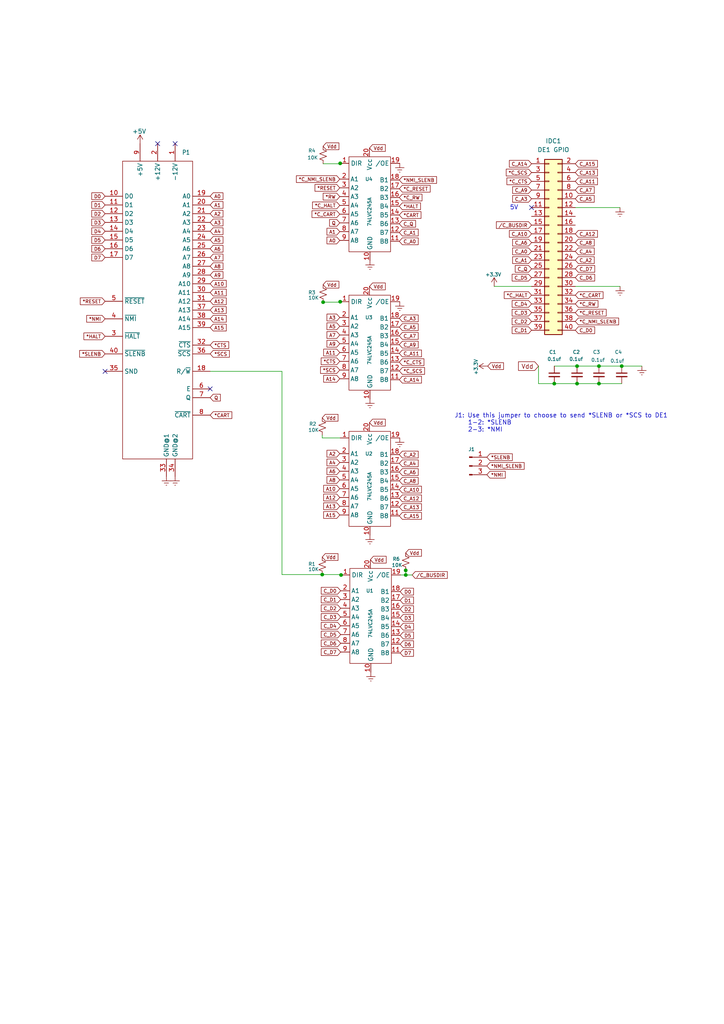
<source format=kicad_sch>
(kicad_sch (version 20211123) (generator eeschema)
  (paper "A4" portrait)
  (title_block (title "CoCo FPGA Hat (DE1 Version)") (date "2023-01-16") (rev "Rev 0") (company "RCC") (comment 1 "to 3.3v systems with voltage conversion") (comment 2 "Cartridge for TRS-80 Color Computers that expose the Computer BUS") (comment 3 "IDC connector pinout mapped for Altera DE1 FPGA Development Board"))
  (lib_symbols
    (symbol "74LVC245A_2"
      (property "Reference" "U" (at 0 0 0))
      (property "Value" "74LVC245A_2" (at 0 0 0))
      (symbol "74LVC245A_2_0_1"
        (rectangle (start -64.643 89.535) (end -52.578 61.976))
      )
      (symbol "74LVC245A_2_1_1"
        (pin input line (at -67.183 87.63 0) (length 2.54) (name "DIR") (number "1"))
        (pin power_in line (at -58.547 59.436 90) (length 2.54) (name "GND") (number "10"))
        (pin bidirectional line (at -50.038 65.024 180) (length 2.54) (name "B8") (number "11"))
        (pin bidirectional line (at -50.038 67.564 180) (length 2.54) (name "B7") (number "12"))
        (pin bidirectional line (at -50.038 70.104 180) (length 2.54) (name "B6") (number "13"))
        (pin bidirectional line (at -50.038 72.644 180) (length 2.54) (name "B5") (number "14"))
        (pin bidirectional line (at -50.038 75.184 180) (length 2.54) (name "B4") (number "15"))
        (pin bidirectional line (at -50.038 77.724 180) (length 2.54) (name "B3") (number "16"))
        (pin bidirectional line (at -50.038 80.264 180) (length 2.54) (name "B2") (number "17"))
        (pin bidirectional line (at -50.038 82.804 180) (length 2.54) (name "B1") (number "18"))
        (pin input line (at -49.911 87.63 180) (length 2.54) (name "/OE") (number "19"))
        (pin bidirectional line (at -67.31 83.058 0) (length 2.54) (name "A1") (number "2"))
        (pin power_in line (at -58.674 92.075 270) (length 2.54) (name "Vcc") (number "20"))
        (pin bidirectional line (at -67.31 80.518 0) (length 2.54) (name "A2") (number "3"))
        (pin bidirectional line (at -67.31 77.978 0) (length 2.54) (name "A3") (number "4"))
        (pin bidirectional line (at -67.31 75.438 0) (length 2.54) (name "A4") (number "5"))
        (pin bidirectional line (at -67.31 72.898 0) (length 2.54) (name "A5") (number "6"))
        (pin bidirectional line (at -67.31 70.358 0) (length 2.54) (name "A6") (number "7"))
        (pin bidirectional line (at -67.31 67.818 0) (length 2.54) (name "A7") (number "8"))
        (pin bidirectional line (at -67.31 65.278 0) (length 2.54) (name "A8") (number "9"))
      )
    )
    (symbol "74LVC245A_3"
      (property "Reference" "U" (at 0 0 0))
      (property "Value" "74LVC245A_3" (at 0 0 0))
      (symbol "74LVC245A_3_0_1"
        (rectangle (start -64.643 89.535) (end -52.578 61.976))
      )
      (symbol "74LVC245A_3_1_1"
        (pin input line (at -67.183 87.63 0) (length 2.54) (name "DIR") (number "1"))
        (pin power_in line (at -58.547 59.436 90) (length 2.54) (name "GND") (number "10"))
        (pin bidirectional line (at -50.038 65.024 180) (length 2.54) (name "B8") (number "11"))
        (pin bidirectional line (at -50.038 67.564 180) (length 2.54) (name "B7") (number "12"))
        (pin bidirectional line (at -50.038 70.104 180) (length 2.54) (name "B6") (number "13"))
        (pin bidirectional line (at -50.038 72.644 180) (length 2.54) (name "B5") (number "14"))
        (pin bidirectional line (at -50.038 75.184 180) (length 2.54) (name "B4") (number "15"))
        (pin bidirectional line (at -50.038 77.724 180) (length 2.54) (name "B3") (number "16"))
        (pin bidirectional line (at -50.038 80.264 180) (length 2.54) (name "B2") (number "17"))
        (pin bidirectional line (at -50.038 82.804 180) (length 2.54) (name "B1") (number "18"))
        (pin input line (at -49.911 87.63 180) (length 2.54) (name "/OE") (number "19"))
        (pin bidirectional line (at -67.31 83.058 0) (length 2.54) (name "A1") (number "2"))
        (pin power_in line (at -58.674 92.075 270) (length 2.54) (name "Vcc") (number "20"))
        (pin bidirectional line (at -67.31 80.518 0) (length 2.54) (name "A2") (number "3"))
        (pin bidirectional line (at -67.31 77.978 0) (length 2.54) (name "A3") (number "4"))
        (pin bidirectional line (at -67.31 75.438 0) (length 2.54) (name "A4") (number "5"))
        (pin bidirectional line (at -67.31 72.898 0) (length 2.54) (name "A5") (number "6"))
        (pin bidirectional line (at -67.31 70.358 0) (length 2.54) (name "A6") (number "7"))
        (pin bidirectional line (at -67.31 67.818 0) (length 2.54) (name "A7") (number "8"))
        (pin bidirectional line (at -67.31 65.278 0) (length 2.54) (name "A8") (number "9"))
      )
    )
    (symbol "74LVC245A_4"
      (property "Reference" "U" (at 0 0 0))
      (property "Value" "74LVC245A_4" (at 0 0 0))
      (symbol "74LVC245A_4_0_1"
        (rectangle (start -64.643 89.535) (end -52.578 61.976))
      )
      (symbol "74LVC245A_4_1_1"
        (pin input line (at -67.183 87.63 0) (length 2.54) (name "DIR") (number "1"))
        (pin power_in line (at -58.547 59.436 90) (length 2.54) (name "GND") (number "10"))
        (pin bidirectional line (at -50.038 65.024 180) (length 2.54) (name "B8") (number "11"))
        (pin bidirectional line (at -50.038 67.564 180) (length 2.54) (name "B7") (number "12"))
        (pin bidirectional line (at -50.038 70.104 180) (length 2.54) (name "B6") (number "13"))
        (pin bidirectional line (at -50.038 72.644 180) (length 2.54) (name "B5") (number "14"))
        (pin bidirectional line (at -50.038 75.184 180) (length 2.54) (name "B4") (number "15"))
        (pin bidirectional line (at -50.038 77.724 180) (length 2.54) (name "B3") (number "16"))
        (pin bidirectional line (at -50.038 80.264 180) (length 2.54) (name "B2") (number "17"))
        (pin bidirectional line (at -50.038 82.804 180) (length 2.54) (name "B1") (number "18"))
        (pin input line (at -49.911 87.63 180) (length 2.54) (name "/OE") (number "19"))
        (pin bidirectional line (at -67.31 83.058 0) (length 2.54) (name "A1") (number "2"))
        (pin power_in line (at -58.674 92.075 270) (length 2.54) (name "Vcc") (number "20"))
        (pin bidirectional line (at -67.31 80.518 0) (length 2.54) (name "A2") (number "3"))
        (pin bidirectional line (at -67.31 77.978 0) (length 2.54) (name "A3") (number "4"))
        (pin bidirectional line (at -67.31 75.438 0) (length 2.54) (name "A4") (number "5"))
        (pin bidirectional line (at -67.31 72.898 0) (length 2.54) (name "A5") (number "6"))
        (pin bidirectional line (at -67.31 70.358 0) (length 2.54) (name "A6") (number "7"))
        (pin bidirectional line (at -67.31 67.818 0) (length 2.54) (name "A7") (number "8"))
        (pin bidirectional line (at -67.31 65.278 0) (length 2.54) (name "A8") (number "9"))
      )
    )
    (symbol "Connector:Conn_01x03_Male" (pin_names (offset 1.016) hide)
      (property "Reference" "J" (at 0 5.08 0))
      (property "Value" "Conn_01x03_Male" (at 0 -5.08 0))
      (symbol "Conn_01x03_Male_1_1"
        (polyline (pts (xy 1.27 -2.54) (xy 0.8636 -2.54)) (stroke (width 0.1524)))
        (polyline (pts (xy 1.27 0) (xy 0.8636 0)) (stroke (width 0.1524)))
        (polyline (pts (xy 1.27 2.54) (xy 0.8636 2.54)) (stroke (width 0.1524)))
        (rectangle (start 0.8636 -2.413) (end 0 -2.667) (stroke (width 0.1524)) (fill (type outline)))
        (rectangle (start 0.8636 0.127) (end 0 -0.127) (stroke (width 0.1524)) (fill (type outline)))
        (rectangle (start 0.8636 2.667) (end 0 2.413) (stroke (width 0.1524)) (fill (type outline)))
        (pin passive line (at 5.08 2.54 180) (length 3.81) (name "Pin_1") (number "1"))
        (pin passive line (at 5.08 0 180) (length 3.81) (name "Pin_2") (number "2"))
        (pin passive line (at 5.08 -2.54 180) (length 3.81) (name "Pin_3") (number "3"))
      )
    )
    (symbol "Connector_Generic:Conn_02x20_Odd_Even" (pin_names (offset 1.016) hide)
      (property "Reference" "J" (at 1.27 25.4 0))
      (property "Value" "Conn_02x20_Odd_Even" (at 1.27 -27.94 0))
      (symbol "Conn_02x20_Odd_Even_1_1"
        (rectangle (start -1.27 -25.273) (end 0 -25.527) (stroke (width 0.1524)))
        (rectangle (start -1.27 -22.733) (end 0 -22.987) (stroke (width 0.1524)))
        (rectangle (start -1.27 -20.193) (end 0 -20.447) (stroke (width 0.1524)))
        (rectangle (start -1.27 -17.653) (end 0 -17.907) (stroke (width 0.1524)))
        (rectangle (start -1.27 -15.113) (end 0 -15.367) (stroke (width 0.1524)))
        (rectangle (start -1.27 -12.573) (end 0 -12.827) (stroke (width 0.1524)))
        (rectangle (start -1.27 -10.033) (end 0 -10.287) (stroke (width 0.1524)))
        (rectangle (start -1.27 -7.493) (end 0 -7.747) (stroke (width 0.1524)))
        (rectangle (start -1.27 -4.953) (end 0 -5.207) (stroke (width 0.1524)))
        (rectangle (start -1.27 -2.413) (end 0 -2.667) (stroke (width 0.1524)))
        (rectangle (start -1.27 0.127) (end 0 -0.127) (stroke (width 0.1524)))
        (rectangle (start -1.27 2.667) (end 0 2.413) (stroke (width 0.1524)))
        (rectangle (start -1.27 5.207) (end 0 4.953) (stroke (width 0.1524)))
        (rectangle (start -1.27 7.747) (end 0 7.493) (stroke (width 0.1524)))
        (rectangle (start -1.27 10.287) (end 0 10.033) (stroke (width 0.1524)))
        (rectangle (start -1.27 12.827) (end 0 12.573) (stroke (width 0.1524)))
        (rectangle (start -1.27 15.367) (end 0 15.113) (stroke (width 0.1524)))
        (rectangle (start -1.27 17.907) (end 0 17.653) (stroke (width 0.1524)))
        (rectangle (start -1.27 20.447) (end 0 20.193) (stroke (width 0.1524)))
        (rectangle (start -1.27 22.987) (end 0 22.733) (stroke (width 0.1524)))
        (rectangle (start -1.27 24.13) (end 3.81 -26.67) (stroke (width 0.254)) (fill (type background)))
        (rectangle (start 3.81 -25.273) (end 2.54 -25.527) (stroke (width 0.1524)))
        (rectangle (start 3.81 -22.733) (end 2.54 -22.987) (stroke (width 0.1524)))
        (rectangle (start 3.81 -20.193) (end 2.54 -20.447) (stroke (width 0.1524)))
        (rectangle (start 3.81 -17.653) (end 2.54 -17.907) (stroke (width 0.1524)))
        (rectangle (start 3.81 -15.113) (end 2.54 -15.367) (stroke (width 0.1524)))
        (rectangle (start 3.81 -12.573) (end 2.54 -12.827) (stroke (width 0.1524)))
        (rectangle (start 3.81 -10.033) (end 2.54 -10.287) (stroke (width 0.1524)))
        (rectangle (start 3.81 -7.493) (end 2.54 -7.747) (stroke (width 0.1524)))
        (rectangle (start 3.81 -4.953) (end 2.54 -5.207) (stroke (width 0.1524)))
        (rectangle (start 3.81 -2.413) (end 2.54 -2.667) (stroke (width 0.1524)))
        (rectangle (start 3.81 0.127) (end 2.54 -0.127) (stroke (width 0.1524)))
        (rectangle (start 3.81 2.667) (end 2.54 2.413) (stroke (width 0.1524)))
        (rectangle (start 3.81 5.207) (end 2.54 4.953) (stroke (width 0.1524)))
        (rectangle (start 3.81 7.747) (end 2.54 7.493) (stroke (width 0.1524)))
        (rectangle (start 3.81 10.287) (end 2.54 10.033) (stroke (width 0.1524)))
        (rectangle (start 3.81 12.827) (end 2.54 12.573) (stroke (width 0.1524)))
        (rectangle (start 3.81 15.367) (end 2.54 15.113) (stroke (width 0.1524)))
        (rectangle (start 3.81 17.907) (end 2.54 17.653) (stroke (width 0.1524)))
        (rectangle (start 3.81 20.447) (end 2.54 20.193) (stroke (width 0.1524)))
        (rectangle (start 3.81 22.987) (end 2.54 22.733) (stroke (width 0.1524)))
        (pin passive line (at -5.08 22.86 0) (length 3.81) (name "Pin_1") (number "1"))
        (pin passive line (at 7.62 12.7 180) (length 3.81) (name "Pin_10") (number "10"))
        (pin passive line (at -5.08 10.16 0) (length 3.81) (name "Pin_11") (number "11"))
        (pin passive line (at 7.62 10.16 180) (length 3.81) (name "Pin_12") (number "12"))
        (pin passive line (at -5.08 7.62 0) (length 3.81) (name "Pin_13") (number "13"))
        (pin passive line (at 7.62 7.62 180) (length 3.81) (name "Pin_14") (number "14"))
        (pin passive line (at -5.08 5.08 0) (length 3.81) (name "Pin_15") (number "15"))
        (pin passive line (at 7.62 5.08 180) (length 3.81) (name "Pin_16") (number "16"))
        (pin passive line (at -5.08 2.54 0) (length 3.81) (name "Pin_17") (number "17"))
        (pin passive line (at 7.62 2.54 180) (length 3.81) (name "Pin_18") (number "18"))
        (pin passive line (at -5.08 0 0) (length 3.81) (name "Pin_19") (number "19"))
        (pin passive line (at 7.62 22.86 180) (length 3.81) (name "Pin_2") (number "2"))
        (pin passive line (at 7.62 0 180) (length 3.81) (name "Pin_20") (number "20"))
        (pin passive line (at -5.08 -2.54 0) (length 3.81) (name "Pin_21") (number "21"))
        (pin passive line (at 7.62 -2.54 180) (length 3.81) (name "Pin_22") (number "22"))
        (pin passive line (at -5.08 -5.08 0) (length 3.81) (name "Pin_23") (number "23"))
        (pin passive line (at 7.62 -5.08 180) (length 3.81) (name "Pin_24") (number "24"))
        (pin passive line (at -5.08 -7.62 0) (length 3.81) (name "Pin_25") (number "25"))
        (pin passive line (at 7.62 -7.62 180) (length 3.81) (name "Pin_26") (number "26"))
        (pin passive line (at -5.08 -10.16 0) (length 3.81) (name "Pin_27") (number "27"))
        (pin passive line (at 7.62 -10.16 180) (length 3.81) (name "Pin_28") (number "28"))
        (pin passive line (at -5.08 -12.7 0) (length 3.81) (name "Pin_29") (number "29"))
        (pin passive line (at -5.08 20.32 0) (length 3.81) (name "Pin_3") (number "3"))
        (pin passive line (at 7.62 -12.7 180) (length 3.81) (name "Pin_30") (number "30"))
        (pin passive line (at -5.08 -15.24 0) (length 3.81) (name "Pin_31") (number "31"))
        (pin passive line (at 7.62 -15.24 180) (length 3.81) (name "Pin_32") (number "32"))
        (pin passive line (at -5.08 -17.78 0) (length 3.81) (name "Pin_33") (number "33"))
        (pin passive line (at 7.62 -17.78 180) (length 3.81) (name "Pin_34") (number "34"))
        (pin passive line (at -5.08 -20.32 0) (length 3.81) (name "Pin_35") (number "35"))
        (pin passive line (at 7.62 -20.32 180) (length 3.81) (name "Pin_36") (number "36"))
        (pin passive line (at -5.08 -22.86 0) (length 3.81) (name "Pin_37") (number "37"))
        (pin passive line (at 7.62 -22.86 180) (length 3.81) (name "Pin_38") (number "38"))
        (pin passive line (at -5.08 -25.4 0) (length 3.81) (name "Pin_39") (number "39"))
        (pin passive line (at 7.62 20.32 180) (length 3.81) (name "Pin_4") (number "4"))
        (pin passive line (at 7.62 -25.4 180) (length 3.81) (name "Pin_40") (number "40"))
        (pin passive line (at -5.08 17.78 0) (length 3.81) (name "Pin_5") (number "5"))
        (pin passive line (at 7.62 17.78 180) (length 3.81) (name "Pin_6") (number "6"))
        (pin passive line (at -5.08 15.24 0) (length 3.81) (name "Pin_7") (number "7"))
        (pin passive line (at 7.62 15.24 180) (length 3.81) (name "Pin_8") (number "8"))
        (pin passive line (at -5.08 12.7 0) (length 3.81) (name "Pin_9") (number "9"))
      )
    )
    (symbol "Device:C_Small" (pin_numbers hide) (pin_names (offset 0.254) hide)
      (property "Reference" "C" (at 0.254 1.778 0))
      (property "Value" "C_Small" (at 0.254 -2.032 0))
      (symbol "C_Small_0_1"
        (polyline (pts (xy -1.524 -0.508) (xy 1.524 -0.508)) (stroke (width 0.3302)))
        (polyline (pts (xy -1.524 0.508) (xy 1.524 0.508)) (stroke (width 0.3048)))
      )
      (symbol "C_Small_1_1"
        (pin passive line (at 0 2.54 270) (length 2.032) (name "~") (number "1"))
        (pin passive line (at 0 -2.54 90) (length 2.032) (name "~") (number "2"))
      )
    )
    (symbol "Device:R_Small_US" (pin_numbers hide) (pin_names (offset 0.254) hide)
      (property "Reference" "R" (at 0.762 0.508 0))
      (property "Value" "R_Small_US" (at 0.762 -1.016 0))
      (symbol "R_Small_US_1_1"
        (polyline (pts (xy 0 0) (xy 1.016 -0.381) (xy 0 -0.762) (xy -1.016 -1.143) (xy 0 -1.524)))
        (polyline (pts (xy 0 1.524) (xy 1.016 1.143) (xy 0 0.762) (xy -1.016 0.381) (xy 0 0)))
        (pin passive line (at 0 2.54 270) (length 1.016) (name "~") (number "1"))
        (pin passive line (at 0 -2.54 90) (length 1.016) (name "~") (number "2"))
      )
    )
    (symbol "Roni Symbols:CoCo_Slot_BarePCB"
      (property "Reference" "P" (at 10.16 40.64 0))
      (symbol "CoCo_Slot_BarePCB_1_0"
        (rectangle (start -10.16 40.64) (end 10.16 -45.72))
        (pin passive line (at 5.08 45.72 270) (length 5.08) (name "-12V") (number "1"))
        (pin bidirectional line (at -15.24 30.48 0) (length 5.08) (name "D0") (number "10"))
        (pin bidirectional line (at -15.24 27.94 0) (length 5.08) (name "D1") (number "11"))
        (pin bidirectional line (at -15.24 25.4 0) (length 5.08) (name "D2") (number "12"))
        (pin bidirectional line (at -15.24 22.86 0) (length 5.08) (name "D3") (number "13"))
        (pin bidirectional line (at -15.24 20.32 0) (length 5.08) (name "D4") (number "14"))
        (pin bidirectional line (at -15.24 17.78 0) (length 5.08) (name "D5") (number "15"))
        (pin bidirectional line (at -15.24 15.24 0) (length 5.08) (name "D6") (number "16"))
        (pin bidirectional line (at -15.24 12.7 0) (length 5.08) (name "D7") (number "17"))
        (pin output line (at 15.24 -20.32 180) (length 5.08) (name "R/~{W}") (number "18"))
        (pin output line (at 15.24 30.48 180) (length 5.08) (name "A0") (number "19"))
        (pin passive line (at 0 45.72 270) (length 5.08) (name "+12V") (number "2"))
        (pin output line (at 15.24 27.94 180) (length 5.08) (name "A1") (number "20"))
        (pin output line (at 15.24 25.4 180) (length 5.08) (name "A2") (number "21"))
        (pin output line (at 15.24 22.86 180) (length 5.08) (name "A3") (number "22"))
        (pin output line (at 15.24 20.32 180) (length 5.08) (name "A4") (number "23"))
        (pin output line (at 15.24 17.78 180) (length 5.08) (name "A5") (number "24"))
        (pin output line (at 15.24 15.24 180) (length 5.08) (name "A6") (number "25"))
        (pin output line (at 15.24 12.7 180) (length 5.08) (name "A7") (number "26"))
        (pin output line (at 15.24 10.16 180) (length 5.08) (name "A8") (number "27"))
        (pin output line (at 15.24 7.62 180) (length 5.08) (name "A9") (number "28"))
        (pin output line (at 15.24 5.08 180) (length 5.08) (name "A10") (number "29"))
        (pin bidirectional line (at -15.24 -10.16 0) (length 5.08) (name "~{HALT}") (number "3"))
        (pin output line (at 15.24 2.54 180) (length 5.08) (name "A11") (number "30"))
        (pin output line (at 15.24 0 180) (length 5.08) (name "A12") (number "31"))
        (pin output line (at 15.24 -12.7 180) (length 5.08) (name "~{CTS}") (number "32"))
        (pin passive line (at 2.54 -50.8 90) (length 5.08) (name "GND@1") (number "33"))
        (pin passive line (at 5.08 -50.8 90) (length 5.08) (name "GND@2") (number "34"))
        (pin bidirectional line (at -15.24 -20.32 0) (length 5.08) (name "SND") (number "35"))
        (pin output line (at 15.24 -15.24 180) (length 5.08) (name "~{SCS}") (number "36"))
        (pin output line (at 15.24 -2.54 180) (length 5.08) (name "A13") (number "37"))
        (pin output line (at 15.24 -5.08 180) (length 5.08) (name "A14") (number "38"))
        (pin output line (at 15.24 -7.62 180) (length 5.08) (name "A15") (number "39"))
        (pin bidirectional line (at -15.24 -5.08 0) (length 5.08) (name "~{NMI}") (number "4"))
        (pin input line (at -15.24 -15.24 0) (length 5.08) (name "~{SLENB}") (number "40"))
        (pin bidirectional line (at -15.24 0 0) (length 5.08) (name "~{RESET}") (number "5"))
        (pin output line (at 15.24 -25.4 180) (length 5.08) (name "E") (number "6"))
        (pin output line (at 15.24 -27.94 180) (length 5.08) (name "Q") (number "7"))
        (pin input line (at 15.24 -33.02 180) (length 5.08) (name "~{CART}") (number "8"))
        (pin passive line (at -5.08 45.72 270) (length 5.08) (name "+5V") (number "9"))
      )
    )
    (symbol "Roni:74LVC245A"
      (property "Reference" "U" (at 0 0 0))
      (property "Value" "74LVC245A" (at 0 0 0))
      (symbol "74LVC245A_0_1"
        (rectangle (start -64.643 89.535) (end -52.578 61.976))
      )
      (symbol "74LVC245A_1_1"
        (pin input line (at -67.183 87.63 0) (length 2.54) (name "DIR") (number "1"))
        (pin power_in line (at -58.547 59.436 90) (length 2.54) (name "GND") (number "10"))
        (pin bidirectional line (at -50.038 65.024 180) (length 2.54) (name "B8") (number "11"))
        (pin bidirectional line (at -50.038 67.564 180) (length 2.54) (name "B7") (number "12"))
        (pin bidirectional line (at -50.038 70.104 180) (length 2.54) (name "B6") (number "13"))
        (pin bidirectional line (at -50.038 72.644 180) (length 2.54) (name "B5") (number "14"))
        (pin bidirectional line (at -50.038 75.184 180) (length 2.54) (name "B4") (number "15"))
        (pin bidirectional line (at -50.038 77.724 180) (length 2.54) (name "B3") (number "16"))
        (pin bidirectional line (at -50.038 80.264 180) (length 2.54) (name "B2") (number "17"))
        (pin bidirectional line (at -50.038 82.804 180) (length 2.54) (name "B1") (number "18"))
        (pin input line (at -49.911 87.63 180) (length 2.54) (name "/OE") (number "19"))
        (pin bidirectional line (at -67.31 83.058 0) (length 2.54) (name "A1") (number "2"))
        (pin power_in line (at -58.674 92.075 270) (length 2.54) (name "Vcc") (number "20"))
        (pin bidirectional line (at -67.31 80.518 0) (length 2.54) (name "A2") (number "3"))
        (pin bidirectional line (at -67.31 77.978 0) (length 2.54) (name "A3") (number "4"))
        (pin bidirectional line (at -67.31 75.438 0) (length 2.54) (name "A4") (number "5"))
        (pin bidirectional line (at -67.31 72.898 0) (length 2.54) (name "A5") (number "6"))
        (pin bidirectional line (at -67.31 70.358 0) (length 2.54) (name "A6") (number "7"))
        (pin bidirectional line (at -67.31 67.818 0) (length 2.54) (name "A7") (number "8"))
        (pin bidirectional line (at -67.31 65.278 0) (length 2.54) (name "A8") (number "9"))
      )
    )
    (symbol "power:+3.3V" (power) (pin_names (offset 0))
      (property "Value" "+3.3V" (at 0 3.556 0))
      (symbol "+3.3V_0_1"
        (polyline (pts (xy -0.762 1.27) (xy 0 2.54)))
        (polyline (pts (xy 0 0) (xy 0 2.54)))
        (polyline (pts (xy 0 2.54) (xy 0.762 1.27)))
      )
      (symbol "+3.3V_1_1"
        (pin power_in line (at 0 0 90) (length 0) hide (name "+3.3V") (number "1"))
      )
    )
    (symbol "power:+5V" (power) (pin_names (offset 0))
      (property "Value" "+5V" (at 0 3.556 0))
      (symbol "+5V_0_1"
        (polyline (pts (xy -0.762 1.27) (xy 0 2.54)))
        (polyline (pts (xy 0 0) (xy 0 2.54)))
        (polyline (pts (xy 0 2.54) (xy 0.762 1.27)))
      )
      (symbol "+5V_1_1"
        (pin power_in line (at 0 0 90) (length 0) hide (name "+5V") (number "1"))
      )
    )
    (symbol "power:GNDREF" (power) (pin_names (offset 0))
      (property "Value" "GNDREF" (at 0 -3.81 0))
      (symbol "GNDREF_0_1"
        (polyline (pts (xy -0.635 -1.905) (xy 0.635 -1.905)))
        (polyline (pts (xy -0.127 -2.54) (xy 0.127 -2.54)))
        (polyline (pts (xy 0 -1.27) (xy 0 0)))
        (polyline (pts (xy 1.27 -1.27) (xy -1.27 -1.27)))
      )
      (symbol "GNDREF_1_1"
        (pin power_in line (at 0 0 270) (length 0) hide (name "GNDREF") (number "1"))
      )
    )
  )
  (junction (at 167.386 106.172))
  (junction (at 180.34 106.172))
  (junction (at 98.933 166.751))
  (junction (at 173.736 106.172))
  (junction (at 173.736 111.252))
  (junction (at 98.679 47.371))
  (junction (at 167.386 111.252))
  (junction (at 98.679 87.503))
  (junction (at 160.782 111.252))
  (junction (at 117.6788 165.4117))
  (junction (at 93.726 87.63))
  (junction (at 93.472 166.624))
  (junction (at 117.7027 166.751))
  (no_connect (at 60.96 112.776))
  (no_connect (at 45.72 41.656))
  (no_connect (at 154.178 60.198))
  (no_connect (at 30.48 107.696))
  (no_connect (at 50.8 41.656))
  (wire (pts (xy 81.788 107.696) (xy 81.788 166.624)))
  (wire (pts (xy 81.788 166.624) (xy 93.472 166.624)))
  (wire (pts (xy 180.34 106.172) (xy 186.182 106.172)))
  (wire (pts (xy 98.679 87.63) (xy 98.679 87.503)))
  (wire (pts (xy 98.933 166.624) (xy 98.933 166.751)))
  (wire (pts (xy 173.736 106.172) (xy 180.34 106.172)))
  (wire (pts (xy 93.472 126.238) (xy 93.472 127)))
  (wire (pts (xy 160.782 106.172) (xy 167.386 106.172)))
  (wire (pts (xy 167.386 106.172) (xy 173.736 106.172)))
  (wire (pts (xy 93.726 87.6914) (xy 93.726 87.63)))
  (wire (pts (xy 117.7027 165.4117) (xy 117.6788 165.4117)))
  (wire (pts (xy 143.3397 83.058) (xy 154.178 83.058)))
  (wire (pts (xy 166.878 83.058) (xy 179.8596 83.058)))
  (wire (pts (xy 117.7027 166.751) (xy 119.5564 166.751)))
  (wire (pts (xy 117.7027 166.751) (xy 117.7027 165.4117)))
  (wire (pts (xy 93.472 127) (xy 98.679 127)))
  (wire (pts (xy 167.386 111.252) (xy 173.736 111.252)))
  (wire (pts (xy 60.96 107.696) (xy 81.788 107.696)))
  (wire (pts (xy 98.679 47.498) (xy 98.679 47.371)))
  (wire (pts (xy 156.21 111.252) (xy 160.782 111.252)))
  (wire (pts (xy 160.782 111.252) (xy 167.386 111.252)))
  (wire (pts (xy 166.878 60.198) (xy 179.832 60.198)))
  (wire (pts (xy 93.726 47.498) (xy 98.679 47.498)))
  (wire (pts (xy 93.726 87.63) (xy 98.679 87.63)))
  (wire (pts (xy 116.205 166.751) (xy 117.7027 166.751)))
  (wire (pts (xy 173.736 111.252) (xy 180.34 111.252)))
  (wire (pts (xy 93.472 166.624) (xy 98.933 166.624)))
  (wire (pts (xy 156.21 106.172) (xy 156.21 111.252)))
  (text "J1: Use this jumper to choose to send *SLENB or *SCS to DE1\n    1-2: *SLENB\n    2-3: *NMI\n" (at 131.826 125.476 0) (effects (font (size 1.27 1.27)) (justify left bottom)))
  (text "5V" (at 147.859 61.0374 0) (effects (font (size 1.27 1.27)) (justify left bottom)))
  (global_label "Vdd" (shape input) (at 107.188 122.555 0) (effects (font (size 1 1))) (property "Intersheet References" "${INTERSHEET_REFS}" (effects hide)))
  (global_label "C_D5" (shape input) (at 154.178 80.518 180) (effects (font (size 1 1))) (property "Intersheet References" "${INTERSHEET_REFS}" (effects hide)))
  (global_label "A9" (shape input) (at 98.552 99.695 180) (effects (font (size 1 1))) (property "Intersheet References" "${INTERSHEET_REFS}" (effects hide)))
  (global_label "*CTS" (shape input) (at 98.552 104.775 180) (effects (font (size 1 1))) (property "Intersheet References" "${INTERSHEET_REFS}" (effects hide)))
  (global_label "Vdd" (shape input) (at 107.442 162.306 0) (effects (font (size 1 1))) (property "Intersheet References" "${INTERSHEET_REFS}" (effects hide)))
  (global_label "C_A13" (shape input) (at 115.824 147.066 0) (effects (font (size 1 1))) (property "Intersheet References" "${INTERSHEET_REFS}" (effects hide)))
  (global_label "C_A6" (shape input) (at 115.824 136.906 0) (effects (font (size 1 1))) (property "Intersheet References" "${INTERSHEET_REFS}" (effects hide)))
  (global_label "A5" (shape input) (at 60.96 69.596 0) (effects (font (size 1 1))) (property "Intersheet References" "${INTERSHEET_REFS}" (effects hide)))
  (global_label "C_A7" (shape input) (at 166.878 55.118 0) (effects (font (size 1 1))) (property "Intersheet References" "${INTERSHEET_REFS}" (effects hide)))
  (global_label "*C_NMI_SLENB" (shape input) (at 166.878 93.218 0) (effects (font (size 1 1))) (property "Intersheet References" "${INTERSHEET_REFS}" (effects hide)))
  (global_label "C_A4" (shape input) (at 166.878 72.898 0) (effects (font (size 1 1))) (property "Intersheet References" "${INTERSHEET_REFS}" (effects hide)))
  (global_label "A1" (shape input) (at 60.96 59.436 0) (effects (font (size 1 1))) (property "Intersheet References" "${INTERSHEET_REFS}" (effects hide)))
  (global_label "{slash}C_BUSDIR" (shape input) (at 154.178 65.278 180) (effects (font (size 1 1))) (property "Intersheet References" "${INTERSHEET_REFS}" (effects hide)))
  (global_label "*C_RESET" (shape input) (at 115.824 54.737 0) (effects (font (size 1 1))) (property "Intersheet References" "${INTERSHEET_REFS}" (effects hide)))
  (global_label "D5" (shape input) (at 116.078 184.277 0) (effects (font (size 1 1))) (property "Intersheet References" "${INTERSHEET_REFS}" (effects hide)))
  (global_label "C_A0" (shape input) (at 154.178 72.898 180) (effects (font (size 1 1))) (property "Intersheet References" "${INTERSHEET_REFS}" (effects hide)))
  (global_label "C_A2" (shape input) (at 166.878 75.438 0) (effects (font (size 1 1))) (property "Intersheet References" "${INTERSHEET_REFS}" (effects hide)))
  (global_label "*NMI" (shape input) (at 30.48 92.456 180) (effects (font (size 1 1))) (property "Intersheet References" "${INTERSHEET_REFS}" (effects hide)))
  (global_label "A10" (shape input) (at 60.96 82.296 0) (effects (font (size 1 1))) (property "Intersheet References" "${INTERSHEET_REFS}" (effects hide)))
  (global_label "*C_CART" (shape input) (at 166.878 85.598 0) (effects (font (size 1 1))) (property "Intersheet References" "${INTERSHEET_REFS}" (effects hide)))
  (global_label "A15" (shape input) (at 60.96 94.996 0) (effects (font (size 1 1))) (property "Intersheet References" "${INTERSHEET_REFS}" (effects hide)))
  (global_label "C_D0" (shape input) (at 98.806 171.323 180) (effects (font (size 1 1))) (property "Intersheet References" "${INTERSHEET_REFS}" (effects hide)))
  (global_label "C_D0" (shape input) (at 166.878 95.758 0) (effects (font (size 1 1))) (property "Intersheet References" "${INTERSHEET_REFS}" (effects hide)))
  (global_label "Vdd" (shape input) (at 93.726 82.55 0) (effects (font (size 1 1))) (property "Intersheet References" "${INTERSHEET_REFS}" (effects hide)))
  (global_label "*C_SCS" (shape input) (at 154.178 50.038 180) (effects (font (size 1 1))) (property "Intersheet References" "${INTERSHEET_REFS}" (effects hide)))
  (global_label "C_D7" (shape input) (at 98.806 189.103 180) (effects (font (size 1 1))) (property "Intersheet References" "${INTERSHEET_REFS}" (effects hide)))
  (global_label "A0" (shape input) (at 60.96 56.896 0) (effects (font (size 1 1))) (property "Intersheet References" "${INTERSHEET_REFS}" (effects hide)))
  (global_label "*RESET" (shape input) (at 30.48 87.376 180) (effects (font (size 1 1))) (property "Intersheet References" "${INTERSHEET_REFS}" (effects hide)))
  (global_label "*NMI" (shape input) (at 141.224 137.668 0) (effects (font (size 1 1))) (property "Intersheet References" "${INTERSHEET_REFS}" (effects hide)))
  (global_label "C_A12" (shape input) (at 115.824 144.526 0) (effects (font (size 1 1))) (property "Intersheet References" "${INTERSHEET_REFS}" (effects hide)))
  (global_label "A1" (shape input) (at 98.552 67.183 180) (effects (font (size 1 1))) (property "Intersheet References" "${INTERSHEET_REFS}" (effects hide)))
  (global_label "C_A10" (shape input) (at 154.178 67.818 180) (effects (font (size 1 1))) (property "Intersheet References" "${INTERSHEET_REFS}" (effects hide)))
  (global_label "C_A9" (shape input) (at 154.178 55.118 180) (effects (font (size 1 1))) (property "Intersheet References" "${INTERSHEET_REFS}" (effects hide)))
  (global_label "A7" (shape input) (at 60.96 74.676 0) (effects (font (size 1 1))) (property "Intersheet References" "${INTERSHEET_REFS}" (effects hide)))
  (global_label "*C_CTS" (shape input) (at 154.178 52.578 180) (effects (font (size 1 1))) (property "Intersheet References" "${INTERSHEET_REFS}" (effects hide)))
  (global_label "A10" (shape input) (at 98.552 141.732 180) (effects (font (size 1 1))) (property "Intersheet References" "${INTERSHEET_REFS}" (effects hide)))
  (global_label "D3" (shape input) (at 30.48 64.516 180) (effects (font (size 1 1))) (property "Intersheet References" "${INTERSHEET_REFS}" (effects hide)))
  (global_label "*HALT" (shape input) (at 115.824 59.817 0) (effects (font (size 1 1))) (property "Intersheet References" "${INTERSHEET_REFS}" (effects hide)))
  (global_label "C_D5" (shape input) (at 98.806 184.023 180) (effects (font (size 1 1))) (property "Intersheet References" "${INTERSHEET_REFS}" (effects hide)))
  (global_label "C_A8" (shape input) (at 115.824 139.446 0) (effects (font (size 1 1))) (property "Intersheet References" "${INTERSHEET_REFS}" (effects hide)))
  (global_label "C_A8" (shape input) (at 166.878 70.358 0) (effects (font (size 1 1))) (property "Intersheet References" "${INTERSHEET_REFS}" (effects hide)))
  (global_label "D6" (shape input) (at 116.078 186.817 0) (effects (font (size 1 1))) (property "Intersheet References" "${INTERSHEET_REFS}" (effects hide)))
  (global_label "D3" (shape input) (at 116.078 179.197 0) (effects (font (size 1 1))) (property "Intersheet References" "${INTERSHEET_REFS}" (effects hide)))
  (global_label "D4" (shape input) (at 30.48 67.056 180) (effects (font (size 1 1))) (property "Intersheet References" "${INTERSHEET_REFS}" (effects hide)))
  (global_label "D0" (shape input) (at 116.078 171.577 0) (effects (font (size 1 1))) (property "Intersheet References" "${INTERSHEET_REFS}" (effects hide)))
  (global_label "C_A15" (shape input) (at 166.878 47.498 0) (effects (font (size 1 1))) (property "Intersheet References" "${INTERSHEET_REFS}" (effects hide)))
  (global_label "C_D2" (shape input) (at 98.806 176.403 180) (effects (font (size 1 1))) (property "Intersheet References" "${INTERSHEET_REFS}" (effects hide)))
  (global_label "*CTS" (shape input) (at 60.96 100.076 0) (effects (font (size 1 1))) (property "Intersheet References" "${INTERSHEET_REFS}" (effects hide)))
  (global_label "*HALT" (shape input) (at 30.48 97.536 180) (effects (font (size 1 1))) (property "Intersheet References" "${INTERSHEET_REFS}" (effects hide)))
  (global_label "C_A3" (shape input) (at 154.178 57.658 180) (effects (font (size 1 1))) (property "Intersheet References" "${INTERSHEET_REFS}" (effects hide)))
  (global_label "C_Q" (shape input) (at 154.178 77.978 180) (effects (font (size 1 1))) (property "Intersheet References" "${INTERSHEET_REFS}" (effects hide)))
  (global_label "A15" (shape input) (at 98.552 149.352 180) (effects (font (size 1 1))) (property "Intersheet References" "${INTERSHEET_REFS}" (effects hide)))
  (global_label "D6" (shape input) (at 30.48 72.136 180) (effects (font (size 1 1))) (property "Intersheet References" "${INTERSHEET_REFS}" (effects hide)))
  (global_label "C_D3" (shape input) (at 154.178 90.678 180) (effects (font (size 1 1))) (property "Intersheet References" "${INTERSHEET_REFS}" (effects hide)))
  (global_label "C_A6" (shape input) (at 154.178 70.358 180) (effects (font (size 1 1))) (property "Intersheet References" "${INTERSHEET_REFS}" (effects hide)))
  (global_label "C_A12" (shape input) (at 166.878 67.818 0) (effects (font (size 1 1))) (property "Intersheet References" "${INTERSHEET_REFS}" (effects hide)))
  (global_label "C_A4" (shape input) (at 115.824 134.366 0) (effects (font (size 1 1))) (property "Intersheet References" "${INTERSHEET_REFS}" (effects hide)))
  (global_label "*NMI_SLENB" (shape input) (at 115.824 52.197 0) (effects (font (size 1 1))) (property "Intersheet References" "${INTERSHEET_REFS}" (effects hide)))
  (global_label "C_A2" (shape input) (at 115.824 131.826 0) (effects (font (size 1 1))) (property "Intersheet References" "${INTERSHEET_REFS}" (effects hide)))
  (global_label "*CART" (shape input) (at 115.824 62.357 0) (effects (font (size 1 1))) (property "Intersheet References" "${INTERSHEET_REFS}" (effects hide)))
  (global_label "A6" (shape input) (at 98.552 136.652 180) (effects (font (size 1 1))) (property "Intersheet References" "${INTERSHEET_REFS}" (effects hide)))
  (global_label "*C_SCS" (shape input) (at 115.824 107.569 0) (effects (font (size 1 1))) (property "Intersheet References" "${INTERSHEET_REFS}" (effects hide)))
  (global_label "{slash}C_BUSDIR" (shape input) (at 119.5564 166.751 0) (effects (font (size 1 1))) (property "Intersheet References" "${INTERSHEET_REFS}" (effects hide)))
  (global_label "C_D2" (shape input) (at 154.178 93.218 180) (effects (font (size 1 1))) (property "Intersheet References" "${INTERSHEET_REFS}" (effects hide)))
  (global_label "Vdd" (shape input) (at 93.472 121.158 0) (effects (font (size 1 1))) (property "Intersheet References" "${INTERSHEET_REFS}" (effects hide)))
  (global_label "A3" (shape input) (at 98.552 92.075 180) (effects (font (size 1 1))) (property "Intersheet References" "${INTERSHEET_REFS}" (effects hide)))
  (global_label "D2" (shape input) (at 30.48 61.976 180) (effects (font (size 1 1))) (property "Intersheet References" "${INTERSHEET_REFS}" (effects hide)))
  (global_label "A11" (shape input) (at 98.552 102.235 180) (effects (font (size 1 1))) (property "Intersheet References" "${INTERSHEET_REFS}" (effects hide)))
  (global_label "Vdd" (shape input) (at 156.21 106.172 180) (property "Intersheet References" "${INTERSHEET_REFS}" (effects hide)))
  (global_label "C_A11" (shape input) (at 115.824 102.489 0) (effects (font (size 1 1))) (property "Intersheet References" "${INTERSHEET_REFS}" (effects hide)))
  (global_label "A14" (shape input) (at 98.552 109.855 180) (effects (font (size 1 1))) (property "Intersheet References" "${INTERSHEET_REFS}" (effects hide)))
  (global_label "*SLENB" (shape input) (at 141.224 132.588 0) (effects (font (size 1 1))) (property "Intersheet References" "${INTERSHEET_REFS}" (effects hide)))
  (global_label "*C_CTS" (shape input) (at 115.824 105.029 0) (effects (font (size 1 1))) (property "Intersheet References" "${INTERSHEET_REFS}" (effects hide)))
  (global_label "C_D3" (shape input) (at 98.806 178.943 180) (effects (font (size 1 1))) (property "Intersheet References" "${INTERSHEET_REFS}" (effects hide)))
  (global_label "A0" (shape input) (at 98.552 69.723 180) (effects (font (size 1 1))) (property "Intersheet References" "${INTERSHEET_REFS}" (effects hide)))
  (global_label "A8" (shape input) (at 98.552 139.192 180) (effects (font (size 1 1))) (property "Intersheet References" "${INTERSHEET_REFS}" (effects hide)))
  (global_label "*C_CART" (shape input) (at 98.552 62.103 180) (effects (font (size 1 1))) (property "Intersheet References" "${INTERSHEET_REFS}" (effects hide)))
  (global_label "C_A0" (shape input) (at 115.824 69.977 0) (effects (font (size 1 1))) (property "Intersheet References" "${INTERSHEET_REFS}" (effects hide)))
  (global_label "D2" (shape input) (at 116.078 176.657 0) (effects (font (size 1 1))) (property "Intersheet References" "${INTERSHEET_REFS}" (effects hide)))
  (global_label "A5" (shape input) (at 98.552 94.615 180) (effects (font (size 1 1))) (property "Intersheet References" "${INTERSHEET_REFS}" (effects hide)))
  (global_label "*SLENB" (shape input) (at 30.48 102.616 180) (effects (font (size 1 1))) (property "Intersheet References" "${INTERSHEET_REFS}" (effects hide)))
  (global_label "Vdd" (shape input) (at 117.6788 160.3317 0) (effects (font (size 1 1))) (property "Intersheet References" "${INTERSHEET_REFS}" (effects hide)))
  (global_label "C_D1" (shape input) (at 154.178 95.758 180) (effects (font (size 1 1))) (property "Intersheet References" "${INTERSHEET_REFS}" (effects hide)))
  (global_label "*NMI_SLENB" (shape input) (at 141.224 135.128 0) (effects (font (size 1 1))) (property "Intersheet References" "${INTERSHEET_REFS}" (effects hide)))
  (global_label "*C_HALT" (shape input) (at 154.178 85.598 180) (effects (font (size 1 1))) (property "Intersheet References" "${INTERSHEET_REFS}" (effects hide)))
  (global_label "C_A1" (shape input) (at 154.178 75.438 180) (effects (font (size 1 1))) (property "Intersheet References" "${INTERSHEET_REFS}" (effects hide)))
  (global_label "*SCS" (shape input) (at 98.552 107.315 180) (effects (font (size 1 1))) (property "Intersheet References" "${INTERSHEET_REFS}" (effects hide)))
  (global_label "D5" (shape input) (at 30.48 69.596 180) (effects (font (size 1 1))) (property "Intersheet References" "${INTERSHEET_REFS}" (effects hide)))
  (global_label "C_D4" (shape input) (at 98.806 181.483 180) (effects (font (size 1 1))) (property "Intersheet References" "${INTERSHEET_REFS}" (effects hide)))
  (global_label "*C_RW" (shape input) (at 115.824 57.277 0) (effects (font (size 1 1))) (property "Intersheet References" "${INTERSHEET_REFS}" (effects hide)))
  (global_label "A12" (shape input) (at 98.552 144.272 180) (effects (font (size 1 1))) (property "Intersheet References" "${INTERSHEET_REFS}" (effects hide)))
  (global_label "C_D7" (shape input) (at 166.878 77.978 0) (effects (font (size 1 1))) (property "Intersheet References" "${INTERSHEET_REFS}" (effects hide)))
  (global_label "A6" (shape input) (at 60.96 72.136 0) (effects (font (size 1 1))) (property "Intersheet References" "${INTERSHEET_REFS}" (effects hide)))
  (global_label "C_A1" (shape input) (at 115.824 67.437 0) (effects (font (size 1 1))) (property "Intersheet References" "${INTERSHEET_REFS}" (effects hide)))
  (global_label "*C_HALT" (shape input) (at 98.552 59.563 180) (effects (font (size 1 1))) (property "Intersheet References" "${INTERSHEET_REFS}" (effects hide)))
  (global_label "Vdd" (shape input) (at 141.478 106.172 0) (effects (font (size 1 1))) (property "Intersheet References" "${INTERSHEET_REFS}" (effects hide)))
  (global_label "D7" (shape input) (at 116.078 189.357 0) (effects (font (size 1 1))) (property "Intersheet References" "${INTERSHEET_REFS}" (effects hide)))
  (global_label "C_A7" (shape input) (at 115.824 97.409 0) (effects (font (size 1 1))) (property "Intersheet References" "${INTERSHEET_REFS}" (effects hide)))
  (global_label "*SCS" (shape input) (at 60.96 102.616 0) (effects (font (size 1 1))) (property "Intersheet References" "${INTERSHEET_REFS}" (effects hide)))
  (global_label "A3" (shape input) (at 60.96 64.516 0) (effects (font (size 1 1))) (property "Intersheet References" "${INTERSHEET_REFS}" (effects hide)))
  (global_label "A2" (shape input) (at 98.552 131.572 180) (effects (font (size 1 1))) (property "Intersheet References" "${INTERSHEET_REFS}" (effects hide)))
  (global_label "C_Q" (shape input) (at 115.824 64.897 0) (effects (font (size 1 1))) (property "Intersheet References" "${INTERSHEET_REFS}" (effects hide)))
  (global_label "C_D1" (shape input) (at 98.806 173.863 180) (effects (font (size 1 1))) (property "Intersheet References" "${INTERSHEET_REFS}" (effects hide)))
  (global_label "C_A10" (shape input) (at 115.824 141.986 0) (effects (font (size 1 1))) (property "Intersheet References" "${INTERSHEET_REFS}" (effects hide)))
  (global_label "A13" (shape input) (at 98.552 146.812 180) (effects (font (size 1 1))) (property "Intersheet References" "${INTERSHEET_REFS}" (effects hide)))
  (global_label "Q" (shape input) (at 98.552 64.643 180) (effects (font (size 1 1))) (property "Intersheet References" "${INTERSHEET_REFS}" (effects hide)))
  (global_label "*RESET" (shape input) (at 98.552 54.483 180) (effects (font (size 1 1))) (property "Intersheet References" "${INTERSHEET_REFS}" (effects hide)))
  (global_label "C_D4" (shape input) (at 154.178 88.138 180) (effects (font (size 1 1))) (property "Intersheet References" "${INTERSHEET_REFS}" (effects hide)))
  (global_label "D1" (shape input) (at 30.48 59.436 180) (effects (font (size 1 1))) (property "Intersheet References" "${INTERSHEET_REFS}" (effects hide)))
  (global_label "C_A14" (shape input) (at 154.178 47.498 180) (effects (font (size 1 1))) (property "Intersheet References" "${INTERSHEET_REFS}" (effects hide)))
  (global_label "*CART" (shape input) (at 60.96 120.396 0) (effects (font (size 1 1))) (property "Intersheet References" "${INTERSHEET_REFS}" (effects hide)))
  (global_label "Q" (shape input) (at 60.96 115.316 0) (effects (font (size 1 1))) (property "Intersheet References" "${INTERSHEET_REFS}" (effects hide)))
  (global_label "C_A5" (shape input) (at 166.878 57.658 0) (effects (font (size 1 1))) (property "Intersheet References" "${INTERSHEET_REFS}" (effects hide)))
  (global_label "C_A9" (shape input) (at 115.824 99.949 0) (effects (font (size 1 1))) (property "Intersheet References" "${INTERSHEET_REFS}" (effects hide)))
  (global_label "C_D6" (shape input) (at 166.878 80.518 0) (effects (font (size 1 1))) (property "Intersheet References" "${INTERSHEET_REFS}" (effects hide)))
  (global_label "*RW" (shape input) (at 98.552 57.023 180) (effects (font (size 1 1))) (property "Intersheet References" "${INTERSHEET_REFS}" (effects hide)))
  (global_label "D1" (shape input) (at 116.078 174.117 0) (effects (font (size 1 1))) (property "Intersheet References" "${INTERSHEET_REFS}" (effects hide)))
  (global_label "A12" (shape input) (at 60.96 87.376 0) (effects (font (size 1 1))) (property "Intersheet References" "${INTERSHEET_REFS}" (effects hide)))
  (global_label "C_A14" (shape input) (at 115.824 110.109 0) (effects (font (size 1 1))) (property "Intersheet References" "${INTERSHEET_REFS}" (effects hide)))
  (global_label "C_A11" (shape input) (at 166.878 52.578 0) (effects (font (size 1 1))) (property "Intersheet References" "${INTERSHEET_REFS}" (effects hide)))
  (global_label "C_D6" (shape input) (at 98.806 186.563 180) (effects (font (size 1 1))) (property "Intersheet References" "${INTERSHEET_REFS}" (effects hide)))
  (global_label "*C_RESET" (shape input) (at 166.878 90.678 0) (effects (font (size 1 1))) (property "Intersheet References" "${INTERSHEET_REFS}" (effects hide)))
  (global_label "D7" (shape input) (at 30.48 74.676 180) (effects (font (size 1 1))) (property "Intersheet References" "${INTERSHEET_REFS}" (effects hide)))
  (global_label "A7" (shape input) (at 98.552 97.155 180) (effects (font (size 1 1))) (property "Intersheet References" "${INTERSHEET_REFS}" (effects hide)))
  (global_label "Vdd" (shape input) (at 93.472 161.544 0) (effects (font (size 1 1))) (property "Intersheet References" "${INTERSHEET_REFS}" (effects hide)))
  (global_label "A8" (shape input) (at 60.96 77.216 0) (effects (font (size 1 1))) (property "Intersheet References" "${INTERSHEET_REFS}" (effects hide)))
  (global_label "C_A13" (shape input) (at 166.878 50.038 0) (effects (font (size 1 1))) (property "Intersheet References" "${INTERSHEET_REFS}" (effects hide)))
  (global_label "C_A3" (shape input) (at 115.824 92.329 0) (effects (font (size 1 1))) (property "Intersheet References" "${INTERSHEET_REFS}" (effects hide)))
  (global_label "C_A15" (shape input) (at 115.824 149.606 0) (effects (font (size 1 1))) (property "Intersheet References" "${INTERSHEET_REFS}" (effects hide)))
  (global_label "D0" (shape input) (at 30.48 56.896 180) (effects (font (size 1 1))) (property "Intersheet References" "${INTERSHEET_REFS}" (effects hide)))
  (global_label "D4" (shape input) (at 116.078 181.737 0) (effects (font (size 1 1))) (property "Intersheet References" "${INTERSHEET_REFS}" (effects hide)))
  (global_label "Vdd" (shape input) (at 93.726 42.418 0) (effects (font (size 1 1))) (property "Intersheet References" "${INTERSHEET_REFS}" (effects hide)))
  (global_label "Vdd" (shape input) (at 107.188 83.058 0) (effects (font (size 1 1))) (property "Intersheet References" "${INTERSHEET_REFS}" (effects hide)))
  (global_label "*C_NMI_SLENB" (shape input) (at 98.552 51.943 180) (effects (font (size 1 1))) (property "Intersheet References" "${INTERSHEET_REFS}" (effects hide)))
  (global_label "C_A5" (shape input) (at 115.824 94.869 0) (effects (font (size 1 1))) (property "Intersheet References" "${INTERSHEET_REFS}" (effects hide)))
  (global_label "A11" (shape input) (at 60.96 84.836 0) (effects (font (size 1 1))) (property "Intersheet References" "${INTERSHEET_REFS}" (effects hide)))
  (global_label "Vdd" (shape input) (at 107.188 42.926 0) (effects (font (size 1 1))) (property "Intersheet References" "${INTERSHEET_REFS}" (effects hide)))
  (global_label "A4" (shape input) (at 98.552 134.112 180) (effects (font (size 1 1))) (property "Intersheet References" "${INTERSHEET_REFS}" (effects hide)))
  (global_label "A4" (shape input) (at 60.96 67.056 0) (effects (font (size 1 1))) (property "Intersheet References" "${INTERSHEET_REFS}" (effects hide)))
  (global_label "A2" (shape input) (at 60.96 61.976 0) (effects (font (size 1 1))) (property "Intersheet References" "${INTERSHEET_REFS}" (effects hide)))
  (global_label "A13" (shape input) (at 60.96 89.916 0) (effects (font (size 1 1))) (property "Intersheet References" "${INTERSHEET_REFS}" (effects hide)))
  (global_label "*C_RW" (shape input) (at 166.878 88.138 0) (effects (font (size 1 1))) (property "Intersheet References" "${INTERSHEET_REFS}" (effects hide)))
  (global_label "A14" (shape input) (at 60.96 92.456 0) (effects (font (size 1 1))) (property "Intersheet References" "${INTERSHEET_REFS}" (effects hide)))
  (global_label "A9" (shape input) (at 60.96 79.756 0) (effects (font (size 1 1))) (property "Intersheet References" "${INTERSHEET_REFS}" (effects hide)))
  (symbol (lib_id "power:GNDREF") (at 48.26 138.176 0) (unit 1)
    (property "Reference" "#PWR0103" (effects hide))
    (property "Value" "GNDREF" (effects hide))
  )
  (symbol (lib_id "power:GNDREF") (at 107.315 115.697 0) (unit 1)
    (property "Reference" "#PWR018" (effects hide))
    (property "Value" "GNDREF" (effects hide))
  )
  (symbol (lib_id "power:+5V") (at 40.64 41.656 0) (unit 1)
    (property "Reference" "#PWR01" (effects hide))
    (property "Value" "+5V" (at 40.386 38.1 0))
  )
  (symbol (lib_id "power:+3.3V") (at 143.3397 83.058 0) (unit 1)
    (property "Reference" "#PWR0109" (effects hide))
    (property "Value" "+3.3V" (at 143.0857 79.629 0) (effects (font (size 1 1))))
  )
  (symbol (lib_id "Device:R_Small_US") (at 117.6788 162.8717 0) (unit 1)
    (property "Reference" "R6" (at 113.8688 162.1097 0) (effects (font (size 1 1)) (justify left)))
    (property "Value" "10K" (at 113.6148 163.8877 0) (effects (font (size 1 1)) (justify left)))
    (property "Footprint" "Resistor_THT:R_Axial_DIN0204_L3.6mm_D1.6mm_P5.08mm_Horizontal" (effects hide))
  )
  (symbol (lib_id "Connector:Conn_01x03_Male") (at 136.144 135.128 0) (unit 1)
    (property "Reference" "J1" (at 136.779 130.302 0) (effects (font (size 1 1))))
    (property "Value" "J1" (effects hide))
    (property "Footprint" "Connector_PinHeader_2.54mm:PinHeader_1x03_P2.54mm_Vertical" (effects hide))
  )
  (symbol (lib_id "Device:R_Small_US") (at 93.726 85.09 0) (unit 1)
    (property "Reference" "R3" (at 89.408 84.836 0) (effects (font (size 1 1)) (justify left)))
    (property "Value" "10K" (at 89.408 86.36 0) (effects (font (size 1 1)) (justify left)))
    (property "Footprint" "Resistor_THT:R_Axial_DIN0204_L3.6mm_D1.6mm_P5.08mm_Horizontal" (effects hide))
  )
  (symbol (lib_id "power:GNDREF") (at 179.8596 83.058 0) (unit 1)
    (property "Reference" "#PWR0101" (effects hide))
    (property "Value" "GNDREF" (effects hide))
  )
  (symbol (lib_id "Roni Symbols:CoCo_Slot_BarePCB") (at 45.72 87.376 0) (unit 1)
    (property "Reference" "P1" (at 52.8194 44.196 0) (effects (font (size 1.27 1.0795)) (justify left)))
    (property "Value" "CoCo_Slot" (effects hide))
    (property "Footprint" "CoCoEPROMpak:COCO-CART-2.1X1.75" (effects hide))
  )
  (symbol (lib_id "Device:R_Small_US") (at 93.472 123.698 0) (unit 1)
    (property "Reference" "R2" (at 89.662 122.936 0) (effects (font (size 1 1)) (justify left)))
    (property "Value" "10K" (at 89.408 124.714 0) (effects (font (size 1 1)) (justify left)))
    (property "Footprint" "Resistor_THT:R_Axial_DIN0204_L3.6mm_D1.6mm_P5.08mm_Horizontal" (effects hide))
  )
  (symbol (lib_id "Connector_Generic:Conn_02x20_Odd_Even") (at 159.258 70.358 0) (unit 1)
    (property "Reference" "IDC1" (at 160.528 40.894 0))
    (property "Value" "DE1 GPIO" (at 160.528 43.434 0))
    (property "Footprint" "Connector_PinHeader_2.54mm:PinHeader_2x20_P2.54mm_Vertical" (effects hide))
  )
  (symbol (lib_id "Device:R_Small_US") (at 93.472 164.084 0) (unit 1)
    (property "Reference" "R1" (at 89.408 163.576 0) (effects (font (size 1 1)) (justify left)))
    (property "Value" "10K" (at 89.408 165.1 0) (effects (font (size 1 1)) (justify left)))
    (property "Footprint" "Resistor_THT:R_Axial_DIN0204_L3.6mm_D1.6mm_P5.08mm_Horizontal" (effects hide))
  )
  (symbol (lib_id "power:GNDREF") (at 115.951 127 0) (unit 1)
    (property "Reference" "#PWR09" (effects hide))
    (property "Value" "GNDREF" (effects hide))
  )
  (symbol (lib_id "Device:C_Small") (at 180.34 108.712 0) (unit 1)
    (property "Reference" "C4" (at 178.308 102.108 0) (effects (font (size 1 1)) (justify left)))
    (property "Value" "0.1uf" (at 177.038 104.648 0) (effects (font (size 1 1)) (justify left)))
    (property "Footprint" "Capacitor_THT:C_Disc_D3.0mm_W1.6mm_P2.50mm" (effects hide))
  )
  (symbol (lib_id "power:GNDREF") (at 107.315 155.194 0) (unit 1)
    (property "Reference" "#PWR019" (effects hide))
    (property "Value" "GNDREF" (effects hide))
  )
  (symbol (lib_id "power:GNDREF") (at 50.8 138.176 0) (unit 1)
    (property "Reference" "#PWR0102" (effects hide))
    (property "Value" "GNDREF" (effects hide))
  )
  (symbol (lib_id "Device:R_Small_US") (at 93.726 44.958 0) (unit 1)
    (property "Reference" "R4" (at 89.408 43.688 0) (effects (font (size 1 1)) (justify left)))
    (property "Value" "10K" (at 89.154 45.72 0) (effects (font (size 1 1)) (justify left)))
    (property "Footprint" "Resistor_THT:R_Axial_DIN0204_L3.6mm_D1.6mm_P5.08mm_Horizontal" (effects hide))
  )
  (symbol (lib_id "power:GNDREF") (at 179.832 60.198 0) (unit 1)
    (property "Reference" "#PWR030" (effects hide))
    (property "Value" "GNDREF" (effects hide))
  )
  (symbol (lib_id "power:GNDREF") (at 115.951 87.503 0) (unit 1)
    (property "Reference" "#PWR07" (effects hide))
    (property "Value" "GNDREF" (effects hide))
  )
  (symbol (lib_id "power:GNDREF") (at 107.569 194.945 0) (unit 1)
    (property "Reference" "#PWR021" (effects hide))
    (property "Value" "GNDREF" (effects hide))
  )
  (symbol (lib_id "Device:C_Small") (at 173.736 108.712 0) (unit 1)
    (property "Reference" "C3" (at 171.958 102.108 0) (effects (font (size 1 1)) (justify left)))
    (property "Value" "0.1uf" (at 171.45 104.394 0) (effects (font (size 1 1)) (justify left)))
    (property "Footprint" "Capacitor_THT:C_Disc_D3.0mm_W1.6mm_P2.50mm" (effects hide))
  )
  (symbol (lib_id "Roni:74LVC245A") (at 166.116 254.381 0) (unit 1)
    (property "Reference" "U1" (at 106.172 171.323 0) (effects (font (size 1 1)) (justify left)))
    (property "Value" "74LVC245A" (at 107.442 185.039 90) (effects (font (size 1 1)) (justify left)))
    (property "Footprint" "Package_DIP:DIP-20_W7.62mm" (effects hide))
  )
  (symbol (lib_name "74LVC245A_2") (lib_id "Roni:74LVC245A") (at 165.862 135.001 0) (unit 1)
    (property "Reference" "U4" (at 105.918 51.943 0) (effects (font (size 1 1)) (justify left)))
    (property "Value" "74LVC245A" (at 107.188 65.659 90) (effects (font (size 1 1)) (justify left)))
    (property "Footprint" "Package_DIP:DIP-20_W7.62mm" (effects hide))
  )
  (symbol (lib_id "power:GNDREF") (at 186.182 106.172 0) (unit 1)
    (property "Reference" "#PWR0104" (effects hide))
    (property "Value" "GNDREF" (effects hide))
  )
  (symbol (lib_id "Device:C_Small") (at 160.782 108.712 0) (unit 1)
    (property "Reference" "C1" (at 159.258 102.108 0) (effects (font (size 1 1)) (justify left)))
    (property "Value" "0.1uf" (at 158.75 104.14 0) (effects (font (size 1 1)) (justify left)))
    (property "Footprint" "Capacitor_THT:C_Disc_D3.0mm_W1.6mm_P2.50mm" (effects hide))
  )
  (symbol (lib_id "power:GNDREF") (at 107.315 75.565 0) (unit 1)
    (property "Reference" "#PWR017" (effects hide))
    (property "Value" "GNDREF" (effects hide))
  )
  (symbol (lib_id "power:+3.3V") (at 141.478 106.172 90) (unit 1)
    (property "Reference" "#PWR0110" (effects hide))
    (property "Value" "+3.3V" (at 138.049 106.426 0) (effects (font (size 1 1))))
  )
  (symbol (lib_id "power:GNDREF") (at 115.951 47.371 0) (unit 1)
    (property "Reference" "#PWR05" (effects hide))
    (property "Value" "GNDREF" (effects hide))
  )
  (symbol (lib_id "Device:C_Small") (at 167.386 108.712 0) (unit 1)
    (property "Reference" "C2" (at 166.116 102.108 0) (effects (font (size 1 1)) (justify left)))
    (property "Value" "0.1uf" (at 165.1 104.14 0) (effects (font (size 1 1)) (justify left)))
    (property "Footprint" "Capacitor_THT:C_Disc_D3.0mm_W1.6mm_P2.50mm" (effects hide))
  )
  (symbol (lib_name "74LVC245A_3") (lib_id "Roni:74LVC245A") (at 165.862 175.133 0) (unit 1)
    (property "Reference" "U3" (at 105.918 92.075 0) (effects (font (size 1 1)) (justify left)))
    (property "Value" "74LVC245A" (at 107.188 105.791 90) (effects (font (size 1 1)) (justify left)))
    (property "Footprint" "Package_DIP:DIP-20_W7.62mm" (effects hide))
  )
  (symbol (lib_name "74LVC245A_4") (lib_id "Roni:74LVC245A") (at 165.862 214.63 0) (unit 1)
    (property "Reference" "U2" (at 105.918 131.572 0) (effects (font (size 1 1)) (justify left)))
    (property "Value" "74LVC245A" (at 107.188 145.288 90) (effects (font (size 1 1)) (justify left)))
    (property "Footprint" "Package_DIP:DIP-20_W7.62mm" (effects hide))
  )
)
</source>
